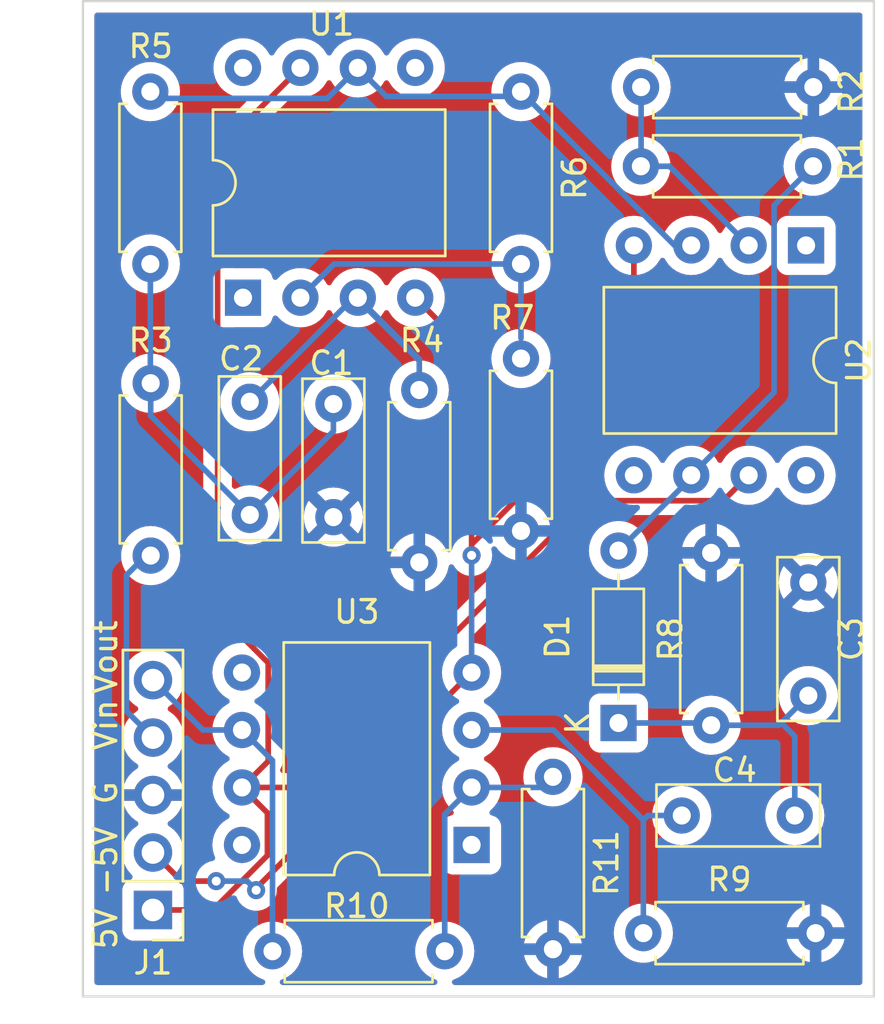
<source format=kicad_pcb>
(kicad_pcb (version 20211014) (generator pcbnew)
  (layers (0 "F.Cu" signal) (31 "B.Cu" signal) (34 "B.Paste" user) (35 "F.Paste" user) (36 "B.SilkS" user "B.Silkscreen") (37 "F.SilkS" user "F.Silkscreen") (38 "B.Mask" user) (39 "F.Mask" user) (44 "Edge.Cuts" user))
  (net 0 "")
  (net 1 "GND")
  (net 2 "Net-(C1-Pad2)")
  (net 3 "Net-(C2-Pad2)")
  (net 4 "Net-(C3-Pad1)")
  (net 5 "Net-(C4-Pad2)")
  (net 6 "Net-(R1-Pad1)")
  (net 7 "+5V")
  (net 8 "-5V")
  (net 9 "Net-(R1-Pad2)")
  (net 10 "V_in")
  (net 11 "Net-(R5-Pad2)")
  (net 12 "Net-(R6-Pad2)")
  (net 13 "V_out")
  (net 14 "Net-(R10-Pad2)")
  (footprint "Capacitor_THT:C_Disc_D7.0mm_W2.5mm_P5.00mm" (layer "F.Cu") (at 94.085 83.81 90)
    (fp_text reference "C1" (at 6.81 -0.085) (layer "F.SilkS"))
    (fp_text value "C")
    (fp_line (start -1.12 1.37) (end 6.12 1.37) (layer "F.SilkS") (width 0.12))
    (fp_line (start -1.12 -1.37) (end 6.12 -1.37) (layer "F.SilkS") (width 0.12))
    (fp_line (start 6.12 -1.37) (end 6.12 1.37) (layer "F.SilkS") (width 0.12))
    (fp_line (start -1.12 -1.37) (end -1.12 1.37) (layer "F.SilkS") (width 0.12))
    (pad "1" thru_hole circle (at 0 0 90) (size 1.6 1.6) (drill 0.8) (layers *.Cu *.Mask) (net 1 "GND"))
    (pad "2" thru_hole circle (at 5 0 90) (size 1.6 1.6) (drill 0.8) (layers *.Cu *.Mask) (net 2 "Net-(C1-Pad2)"))
  )
  (footprint "Resistor_THT:R_Axial_DIN0207_L6.3mm_D2.5mm_P7.62mm_Horizontal" (layer "F.Cu") (at 110.8 93.01 90)
    (fp_text reference "R8" (at 3.81 -1.8 90) (layer "F.SilkS"))
    (fp_text value "R")
    (fp_line (start 7.08 1.37) (end 7.08 1.04) (layer "F.SilkS") (width 0.12))
    (fp_line (start 0.54 1.04) (end 0.54 1.37) (layer "F.SilkS") (width 0.12))
    (fp_line (start 0.54 -1.37) (end 7.08 -1.37) (layer "F.SilkS") (width 0.12))
    (fp_line (start 0.54 -1.04) (end 0.54 -1.37) (layer "F.SilkS") (width 0.12))
    (fp_line (start 0.54 1.37) (end 7.08 1.37) (layer "F.SilkS") (width 0.12))
    (fp_line (start 7.08 -1.37) (end 7.08 -1.04) (layer "F.SilkS") (width 0.12))
    (pad "1" thru_hole circle (at 0 0 90) (size 1.6 1.6) (drill 0.8) (layers *.Cu *.Mask) (net 4 "Net-(C3-Pad1)"))
    (pad "2" thru_hole oval (at 7.62 0 90) (size 1.6 1.6) (drill 0.8) (layers *.Cu *.Mask) (net 1 "GND"))
  )
  (footprint "Package_DIP:DIP-8_W10.16mm" (layer "F.Cu") (at 115 71.8 -90)
    (fp_text reference "U2" (at 5.08 -2.33 90) (layer "F.SilkS"))
    (fp_text value "LM741")
    (fp_line (start 1.845 -1.33) (end 1.845 8.95) (layer "F.SilkS") (width 0.12))
    (fp_line (start 4.08 -1.33) (end 1.845 -1.33) (layer "F.SilkS") (width 0.12))
    (fp_line (start 8.315 8.95) (end 8.315 -1.33) (layer "F.SilkS") (width 0.12))
    (fp_line (start 8.315 -1.33) (end 6.08 -1.33) (layer "F.SilkS") (width 0.12))
    (fp_line (start 1.845 8.95) (end 8.315 8.95) (layer "F.SilkS") (width 0.12))
    (fp_arc (start 6.08 -1.33) (mid 5.08 -0.33) (end 4.08 -1.33) (layer "F.SilkS") (width 0.12))
    (pad "1" thru_hole rect (at 0 0 270) (size 1.6 1.6) (drill 0.8) (layers *.Cu *.Mask))
    (pad "2" thru_hole oval (at 0 2.54 270) (size 1.6 1.6) (drill 0.8) (layers *.Cu *.Mask) (net 9 "Net-(R1-Pad2)"))
    (pad "3" thru_hole oval (at 0 5.08 270) (size 1.6 1.6) (drill 0.8) (layers *.Cu *.Mask) (net 11 "Net-(R5-Pad2)"))
    (pad "4" thru_hole oval (at 0 7.62 270) (size 1.6 1.6) (drill 0.8) (layers *.Cu *.Mask) (net 8 "-5V"))
    (pad "5" thru_hole oval (at 10.16 7.62 270) (size 1.6 1.6) (drill 0.8) (layers *.Cu *.Mask))
    (pad "6" thru_hole oval (at 10.16 5.08 270) (size 1.6 1.6) (drill 0.8) (layers *.Cu *.Mask) (net 6 "Net-(R1-Pad1)"))
    (pad "7" thru_hole oval (at 10.16 2.54 270) (size 1.6 1.6) (drill 0.8) (layers *.Cu *.Mask) (net 7 "+5V"))
    (pad "8" thru_hole oval (at 10.16 0 270) (size 1.6 1.6) (drill 0.8) (layers *.Cu *.Mask))
  )
  (footprint "Resistor_THT:R_Axial_DIN0207_L6.3mm_D2.5mm_P7.62mm_Horizontal" (layer "F.Cu") (at 107.8 102.2)
    (fp_text reference "R9" (at 3.81 -2.37) (layer "F.SilkS"))
    (fp_text value "R")
    (fp_line (start 7.08 1.37) (end 7.08 1.04) (layer "F.SilkS") (width 0.12))
    (fp_line (start 0.54 1.37) (end 7.08 1.37) (layer "F.SilkS") (width 0.12))
    (fp_line (start 0.54 1.04) (end 0.54 1.37) (layer "F.SilkS") (width 0.12))
    (fp_line (start 7.08 -1.37) (end 7.08 -1.04) (layer "F.SilkS") (width 0.12))
    (fp_line (start 0.54 -1.04) (end 0.54 -1.37) (layer "F.SilkS") (width 0.12))
    (fp_line (start 0.54 -1.37) (end 7.08 -1.37) (layer "F.SilkS") (width 0.12))
    (pad "1" thru_hole circle (at 0 0) (size 1.6 1.6) (drill 0.8) (layers *.Cu *.Mask) (net 5 "Net-(C4-Pad2)"))
    (pad "2" thru_hole oval (at 7.62 0) (size 1.6 1.6) (drill 0.8) (layers *.Cu *.Mask) (net 1 "GND"))
  )
  (footprint "Capacitor_THT:C_Disc_D7.0mm_W2.5mm_P5.00mm" (layer "F.Cu") (at 115.1 91.7 90)
    (fp_text reference "C3" (at 2.5 1.9 90) (layer "F.SilkS"))
    (fp_text value "C")
    (fp_line (start 6.12 -1.37) (end 6.12 1.37) (layer "F.SilkS") (width 0.12))
    (fp_line (start -1.12 1.37) (end 6.12 1.37) (layer "F.SilkS") (width 0.12))
    (fp_line (start -1.12 -1.37) (end -1.12 1.37) (layer "F.SilkS") (width 0.12))
    (fp_line (start -1.12 -1.37) (end 6.12 -1.37) (layer "F.SilkS") (width 0.12))
    (pad "1" thru_hole circle (at 0 0 90) (size 1.6 1.6) (drill 0.8) (layers *.Cu *.Mask) (net 4 "Net-(C3-Pad1)"))
    (pad "2" thru_hole circle (at 5 0 90) (size 1.6 1.6) (drill 0.8) (layers *.Cu *.Mask) (net 1 "GND"))
  )
  (footprint "Resistor_THT:R_Axial_DIN0207_L6.3mm_D2.5mm_P7.62mm_Horizontal" (layer "F.Cu") (at 85.985 72.62 90)
    (fp_text reference "R5" (at 9.62 0.015 180) (layer "F.SilkS"))
    (fp_text value "R")
    (fp_line (start 0.54 1.37) (end 7.08 1.37) (layer "F.SilkS") (width 0.12))
    (fp_line (start 7.08 1.37) (end 7.08 1.04) (layer "F.SilkS") (width 0.12))
    (fp_line (start 0.54 -1.37) (end 7.08 -1.37) (layer "F.SilkS") (width 0.12))
    (fp_line (start 0.54 1.04) (end 0.54 1.37) (layer "F.SilkS") (width 0.12))
    (fp_line (start 7.08 -1.37) (end 7.08 -1.04) (layer "F.SilkS") (width 0.12))
    (fp_line (start 0.54 -1.04) (end 0.54 -1.37) (layer "F.SilkS") (width 0.12))
    (pad "1" thru_hole circle (at 0 0 90) (size 1.6 1.6) (drill 0.8) (layers *.Cu *.Mask) (net 2 "Net-(C1-Pad2)"))
    (pad "2" thru_hole oval (at 7.62 0 90) (size 1.6 1.6) (drill 0.8) (layers *.Cu *.Mask) (net 11 "Net-(R5-Pad2)"))
  )
  (footprint "Resistor_THT:R_Axial_DIN0207_L6.3mm_D2.5mm_P7.62mm_Horizontal" (layer "F.Cu") (at 115.31 68.3 180)
    (fp_text reference "R1" (at -1.69 0.3 90) (layer "F.SilkS"))
    (fp_text value "R")
    (fp_line (start 0.54 -1.37) (end 7.08 -1.37) (layer "F.SilkS") (width 0.12))
    (fp_line (start 0.54 1.04) (end 0.54 1.37) (layer "F.SilkS") (width 0.12))
    (fp_line (start 7.08 1.37) (end 7.08 1.04) (layer "F.SilkS") (width 0.12))
    (fp_line (start 7.08 -1.37) (end 7.08 -1.04) (layer "F.SilkS") (width 0.12))
    (fp_line (start 0.54 -1.04) (end 0.54 -1.37) (layer "F.SilkS") (width 0.12))
    (fp_line (start 0.54 1.37) (end 7.08 1.37) (layer "F.SilkS") (width 0.12))
    (pad "1" thru_hole circle (at 0 0 180) (size 1.6 1.6) (drill 0.8) (layers *.Cu *.Mask) (net 6 "Net-(R1-Pad1)"))
    (pad "2" thru_hole oval (at 7.62 0 180) (size 1.6 1.6) (drill 0.8) (layers *.Cu *.Mask) (net 9 "Net-(R1-Pad2)"))
  )
  (footprint "Connector_PinHeader_2.54mm:PinHeader_1x05_P2.54mm_Vertical" (layer "F.Cu") (at 86.1 101.175 180)
    (fp_text reference "J1" (at 0 -2.33) (layer "F.SilkS"))
    (fp_text value "Conn_01x05_Male")
    (fp_line (start 1.33 1.27) (end 1.33 11.49) (layer "F.SilkS") (width 0.12))
    (fp_line (start -1.33 0) (end -1.33 -1.33) (layer "F.SilkS") (width 0.12))
    (fp_line (start -1.33 1.27) (end 1.33 1.27) (layer "F.SilkS") (width 0.12))
    (fp_line (start -1.33 11.49) (end 1.33 11.49) (layer "F.SilkS") (width 0.12))
    (fp_line (start -1.33 1.27) (end -1.33 11.49) (layer "F.SilkS") (width 0.12))
    (fp_line (start -1.33 -1.33) (end 0 -1.33) (layer "F.SilkS") (width 0.12))
    (pad "1" thru_hole rect (at 0 0 180) (size 1.7 1.7) (drill 1) (layers *.Cu *.Mask) (net 7 "+5V"))
    (pad "2" thru_hole oval (at 0 2.54 180) (size 1.7 1.7) (drill 1) (layers *.Cu *.Mask) (net 8 "-5V"))
    (pad "3" thru_hole oval (at 0 5.08 180) (size 1.7 1.7) (drill 1) (layers *.Cu *.Mask) (net 1 "GND"))
    (pad "4" thru_hole oval (at 0 7.62 180) (size 1.7 1.7) (drill 1) (layers *.Cu *.Mask) (net 10 "V_in"))
    (pad "5" thru_hole oval (at 0 10.16 180) (size 1.7 1.7) (drill 1) (layers *.Cu *.Mask) (net 13 "V_out"))
  )
  (footprint "Resistor_THT:R_Axial_DIN0207_L6.3mm_D2.5mm_P7.62mm_Horizontal" (layer "F.Cu") (at 86 85.51 90)
    (fp_text reference "R3" (at 9.51 0 180) (layer "F.SilkS"))
    (fp_text value "R")
    (fp_line (start 0.54 -1.37) (end 7.08 -1.37) (layer "F.SilkS") (width 0.12))
    (fp_line (start 0.54 1.04) (end 0.54 1.37) (layer "F.SilkS") (width 0.12))
    (fp_line (start 7.08 1.37) (end 7.08 1.04) (layer "F.SilkS") (width 0.12))
    (fp_line (start 0.54 1.37) (end 7.08 1.37) (layer "F.SilkS") (width 0.12))
    (fp_line (start 0.54 -1.04) (end 0.54 -1.37) (layer "F.SilkS") (width 0.12))
    (fp_line (start 7.08 -1.37) (end 7.08 -1.04) (layer "F.SilkS") (width 0.12))
    (pad "1" thru_hole circle (at 0 0 90) (size 1.6 1.6) (drill 0.8) (layers *.Cu *.Mask) (net 10 "V_in"))
    (pad "2" thru_hole oval (at 7.62 0 90) (size 1.6 1.6) (drill 0.8) (layers *.Cu *.Mask) (net 2 "Net-(C1-Pad2)"))
  )
  (footprint "Resistor_THT:R_Axial_DIN0207_L6.3mm_D2.5mm_P7.62mm_Horizontal" (layer "F.Cu") (at 103.8 95.29 -90)
    (fp_text reference "R11" (at 3.81 -2.37 90) (layer "F.SilkS"))
    (fp_text value "R")
    (fp_line (start 7.08 1.37) (end 7.08 1.04) (layer "F.SilkS") (width 0.12))
    (fp_line (start 0.54 -1.37) (end 7.08 -1.37) (layer "F.SilkS") (width 0.12))
    (fp_line (start 0.54 1.04) (end 0.54 1.37) (layer "F.SilkS") (width 0.12))
    (fp_line (start 0.54 -1.04) (end 0.54 -1.37) (layer "F.SilkS") (width 0.12))
    (fp_line (start 0.54 1.37) (end 7.08 1.37) (layer "F.SilkS") (width 0.12))
    (fp_line (start 7.08 -1.37) (end 7.08 -1.04) (layer "F.SilkS") (width 0.12))
    (pad "1" thru_hole circle (at 0 0 270) (size 1.6 1.6) (drill 0.8) (layers *.Cu *.Mask) (net 14 "Net-(R10-Pad2)"))
    (pad "2" thru_hole oval (at 7.62 0 270) (size 1.6 1.6) (drill 0.8) (layers *.Cu *.Mask) (net 1 "GND"))
  )
  (footprint "Resistor_THT:R_Axial_DIN0207_L6.3mm_D2.5mm_P7.62mm_Horizontal" (layer "F.Cu") (at 91.39 103)
    (fp_text reference "R10" (at 3.73 -2 180) (layer "F.SilkS"))
    (fp_text value "R")
    (fp_line (start 7.08 1.37) (end 7.08 1.04) (layer "F.SilkS") (width 0.12))
    (fp_line (start 0.54 -1.37) (end 7.08 -1.37) (layer "F.SilkS") (width 0.12))
    (fp_line (start 0.54 -1.04) (end 0.54 -1.37) (layer "F.SilkS") (width 0.12))
    (fp_line (start 0.54 1.37) (end 7.08 1.37) (layer "F.SilkS") (width 0.12))
    (fp_line (start 0.54 1.04) (end 0.54 1.37) (layer "F.SilkS") (width 0.12))
    (fp_line (start 7.08 -1.37) (end 7.08 -1.04) (layer "F.SilkS") (width 0.12))
    (pad "1" thru_hole circle (at 0 0) (size 1.6 1.6) (drill 0.8) (layers *.Cu *.Mask) (net 13 "V_out"))
    (pad "2" thru_hole oval (at 7.62 0) (size 1.6 1.6) (drill 0.8) (layers *.Cu *.Mask) (net 14 "Net-(R10-Pad2)"))
  )
  (footprint "Package_DIP:DIP-8_W10.16mm" (layer "F.Cu") (at 90.085 74.11 90)
    (fp_text reference "U1" (at 12.11 3.915 180) (layer "F.SilkS"))
    (fp_text value "LM741")
    (fp_line (start 1.845 8.95) (end 8.315 8.95) (layer "F.SilkS") (width 0.12))
    (fp_line (start 8.315 -1.33) (end 6.08 -1.33) (layer "F.SilkS") (width 0.12))
    (fp_line (start 1.845 -1.33) (end 1.845 8.95) (layer "F.SilkS") (width 0.12))
    (fp_line (start 8.315 8.95) (end 8.315 -1.33) (layer "F.SilkS") (width 0.12))
    (fp_line (start 4.08 -1.33) (end 1.845 -1.33) (layer "F.SilkS") (width 0.12))
    (fp_arc (start 6.08 -1.33) (mid 5.08 -0.33) (end 4.08 -1.33) (layer "F.SilkS") (width 0.12))
    (pad "1" thru_hole rect (at 0 0 90) (size 1.6 1.6) (drill 0.8) (layers *.Cu *.Mask))
    (pad "2" thru_hole oval (at 0 2.54 90) (size 1.6 1.6) (drill 0.8) (layers *.Cu *.Mask) (net 12 "Net-(R6-Pad2)"))
    (pad "3" thru_hole oval (at 0 5.08 90) (size 1.6 1.6) (drill 0.8) (layers *.Cu *.Mask) (net 3 "Net-(C2-Pad2)"))
    (pad "4" thru_hole oval (at 0 7.62 90) (size 1.6 1.6) (drill 0.8) (layers *.Cu *.Mask) (net 8 "-5V"))
    (pad "5" thru_hole oval (at 10.16 7.62 90) (size 1.6 1.6) (drill 0.8) (layers *.Cu *.Mask))
    (pad "6" thru_hole oval (at 10.16 5.08 90) (size 1.6 1.6) (drill 0.8) (layers *.Cu *.Mask) (net 11 "Net-(R5-Pad2)"))
    (pad "7" thru_hole oval (at 10.16 2.54 90) (size 1.6 1.6) (drill 0.8) (layers *.Cu *.Mask) (net 7 "+5V"))
    (pad "8" thru_hole oval (at 10.16 0 90) (size 1.6 1.6) (drill 0.8) (layers *.Cu *.Mask))
  )
  (footprint "Capacitor_THT:C_Disc_D7.0mm_W2.5mm_P5.00mm" (layer "F.Cu") (at 90.385 83.71 90)
    (fp_text reference "C2" (at 6.9 -0.385 180) (layer "F.SilkS"))
    (fp_text value "C")
    (fp_line (start -1.12 -1.37) (end 6.12 -1.37) (layer "F.SilkS") (width 0.12))
    (fp_line (start 6.12 -1.37) (end 6.12 1.37) (layer "F.SilkS") (width 0.12))
    (fp_line (start -1.12 1.37) (end 6.12 1.37) (layer "F.SilkS") (width 0.12))
    (fp_line (start -1.12 -1.37) (end -1.12 1.37) (layer "F.SilkS") (width 0.12))
    (pad "1" thru_hole circle (at 0 0 90) (size 1.6 1.6) (drill 0.8) (layers *.Cu *.Mask) (net 2 "Net-(C1-Pad2)"))
    (pad "2" thru_hole circle (at 5 0 90) (size 1.6 1.6) (drill 0.8) (layers *.Cu *.Mask) (net 3 "Net-(C2-Pad2)"))
  )
  (footprint "Resistor_THT:R_Axial_DIN0207_L6.3mm_D2.5mm_P7.62mm_Horizontal" (layer "F.Cu") (at 102.385 76.8 -90)
    (fp_text reference "R7" (at -1.8 0.385 180) (layer "F.SilkS"))
    (fp_text value "R")
    (fp_line (start 0.54 -1.37) (end 7.08 -1.37) (layer "F.SilkS") (width 0.12))
    (fp_line (start 7.08 -1.37) (end 7.08 -1.04) (layer "F.SilkS") (width 0.12))
    (fp_line (start 7.08 1.37) (end 7.08 1.04) (layer "F.SilkS") (width 0.12))
    (fp_line (start 0.54 -1.04) (end 0.54 -1.37) (layer "F.SilkS") (width 0.12))
    (fp_line (start 0.54 1.04) (end 0.54 1.37) (layer "F.SilkS") (width 0.12))
    (fp_line (start 0.54 1.37) (end 7.08 1.37) (layer "F.SilkS") (width 0.12))
    (pad "1" thru_hole circle (at 0 0 270) (size 1.6 1.6) (drill 0.8) (layers *.Cu *.Mask) (net 12 "Net-(R6-Pad2)"))
    (pad "2" thru_hole oval (at 7.62 0 270) (size 1.6 1.6) (drill 0.8) (layers *.Cu *.Mask) (net 1 "GND"))
  )
  (footprint "Package_DIP:DIP-8_W10.16mm" (layer "F.Cu") (at 100.2 98.3 180)
    (fp_text reference "U3" (at 5.08 10.3) (layer "F.SilkS"))
    (fp_text value "LM741")
    (fp_line (start 1.845 -1.33) (end 1.845 8.95) (layer "F.SilkS") (width 0.12))
    (fp_line (start 8.315 8.95) (end 8.315 -1.33) (layer "F.SilkS") (width 0.12))
    (fp_line (start 1.845 8.95) (end 8.315 8.95) (layer "F.SilkS") (width 0.12))
    (fp_line (start 4.08 -1.33) (end 1.845 -1.33) (layer "F.SilkS") (width 0.12))
    (fp_line (start 8.315 -1.33) (end 6.08 -1.33) (layer "F.SilkS") (width 0.12))
    (fp_arc (start 6.08 -1.33) (mid 5.08 -0.33) (end 4.08 -1.33) (layer "F.SilkS") (width 0.12))
    (pad "1" thru_hole rect (at 0 0 180) (size 1.6 1.6) (drill 0.8) (layers *.Cu *.Mask))
    (pad "2" thru_hole oval (at 0 2.54 180) (size 1.6 1.6) (drill 0.8) (layers *.Cu *.Mask) (net 14 "Net-(R10-Pad2)"))
    (pad "3" thru_hole oval (at 0 5.08 180) (size 1.6 1.6) (drill 0.8) (layers *.Cu *.Mask) (net 5 "Net-(C4-Pad2)"))
    (pad "4" thru_hole oval (at 0 7.62 180) (size 1.6 1.6) (drill 0.8) (layers *.Cu *.Mask) (net 8 "-5V"))
    (pad "5" thru_hole oval (at 10.16 7.62 180) (size 1.6 1.6) (drill 0.8) (layers *.Cu *.Mask))
    (pad "6" thru_hole oval (at 10.16 5.08 180) (size 1.6 1.6) (drill 0.8) (layers *.Cu *.Mask) (net 13 "V_out"))
    (pad "7" thru_hole oval (at 10.16 2.54 180) (size 1.6 1.6) (drill 0.8) (layers *.Cu *.Mask) (net 7 "+5V"))
    (pad "8" thru_hole oval (at 10.16 0 180) (size 1.6 1.6) (drill 0.8) (layers *.Cu *.Mask))
  )
  (footprint "Resistor_THT:R_Axial_DIN0207_L6.3mm_D2.5mm_P7.62mm_Horizontal" (layer "F.Cu") (at 107.7 64.8)
    (fp_text reference "R2" (at 9.3 0.2 90) (layer "F.SilkS"))
    (fp_text value "R")
    (fp_line (start 7.08 1.37) (end 7.08 1.04) (layer "F.SilkS") (width 0.12))
    (fp_line (start 0.54 1.37) (end 7.08 1.37) (layer "F.SilkS") (width 0.12))
    (fp_line (start 0.54 -1.37) (end 7.08 -1.37) (layer "F.SilkS") (width 0.12))
    (fp_line (start 0.54 1.04) (end 0.54 1.37) (layer "F.SilkS") (width 0.12))
    (fp_line (start 0.54 -1.04) (end 0.54 -1.37) (layer "F.SilkS") (width 0.12))
    (fp_line (start 7.08 -1.37) (end 7.08 -1.04) (layer "F.SilkS") (width 0.12))
    (pad "1" thru_hole circle (at 0 0) (size 1.6 1.6) (drill 0.8) (layers *.Cu *.Mask) (net 9 "Net-(R1-Pad2)"))
    (pad "2" thru_hole oval (at 7.62 0) (size 1.6 1.6) (drill 0.8) (layers *.Cu *.Mask) (net 1 "GND"))
  )
  (footprint "Resistor_THT:R_Axial_DIN0207_L6.3mm_D2.5mm_P7.62mm_Horizontal" (layer "F.Cu") (at 97.885 78.19 -90)
    (fp_text reference "R4" (at -2.19 -0.115 180) (layer "F.SilkS"))
    (fp_text value "R")
    (fp_line (start 7.08 -1.37) (end 7.08 -1.04) (layer "F.SilkS") (width 0.12))
    (fp_line (start 0.54 -1.04) (end 0.54 -1.37) (layer "F.SilkS") (width 0.12))
    (fp_line (start 0.54 1.37) (end 7.08 1.37) (layer "F.SilkS") (width 0.12))
    (fp_line (start 0.54 1.04) (end 0.54 1.37) (layer "F.SilkS") (width 0.12))
    (fp_line (start 7.08 1.37) (end 7.08 1.04) (layer "F.SilkS") (width 0.12))
    (fp_line (start 0.54 -1.37) (end 7.08 -1.37) (layer "F.SilkS") (width 0.12))
    (pad "1" thru_hole circle (at 0 0 270) (size 1.6 1.6) (drill 0.8) (layers *.Cu *.Mask) (net 3 "Net-(C2-Pad2)"))
    (pad "2" thru_hole oval (at 7.62 0 270) (size 1.6 1.6) (drill 0.8) (layers *.Cu *.Mask) (net 1 "GND"))
  )
  (footprint "Capacitor_THT:C_Disc_D7.0mm_W2.5mm_P5.00mm" (layer "F.Cu") (at 114.5 97 180)
    (fp_text reference "C4" (at 2.66 2) (layer "F.SilkS"))
    (fp_text value "C")
    (fp_line (start -1.12 -1.37) (end -1.12 1.37) (layer "F.SilkS") (width 0.12))
    (fp_line (start 6.12 -1.37) (end 6.12 1.37) (layer "F.SilkS") (width 0.12))
    (fp_line (start -1.12 1.37) (end 6.12 1.37) (layer "F.SilkS") (width 0.12))
    (fp_line (start -1.12 -1.37) (end 6.12 -1.37) (layer "F.SilkS") (width 0.12))
    (pad "1" thru_hole circle (at 0 0 180) (size 1.6 1.6) (drill 0.8) (layers *.Cu *.Mask) (net 4 "Net-(C3-Pad1)"))
    (pad "2" thru_hole circle (at 5 0 180) (size 1.6 1.6) (drill 0.8) (layers *.Cu *.Mask) (net 5 "Net-(C4-Pad2)"))
  )
  (footprint "Diode_THT:D_DO-35_SOD27_P7.62mm_Horizontal" (layer "F.Cu") (at 106.7 92.91 90)
    (fp_text reference "D1" (at 3.81 -2.7 90) (layer "F.SilkS"))
    (fp_text value "1N4448")
    (fp_text user "K" (at 0 -1.8 90) (layer "F.SilkS"))
    (fp_line (start 5.93 -1.12) (end 1.69 -1.12) (layer "F.SilkS") (width 0.12))
    (fp_line (start 2.41 -1.12) (end 2.41 1.12) (layer "F.SilkS") (width 0.12))
    (fp_line (start 5.93 1.12) (end 5.93 -1.12) (layer "F.SilkS") (width 0.12))
    (fp_line (start 1.04 0) (end 1.69 0) (layer "F.SilkS") (width 0.12))
    (fp_line (start 2.29 -1.12) (end 2.29 1.12) (layer "F.SilkS") (width 0.12))
    (fp_line (start 2.53 -1.12) (end 2.53 1.12) (layer "F.SilkS") (width 0.12))
    (fp_line (start 1.69 -1.12) (end 1.69 1.12) (layer "F.SilkS") (width 0.12))
    (fp_line (start 1.69 1.12) (end 5.93 1.12) (layer "F.SilkS") (width 0.12))
    (fp_line (start 6.58 0) (end 5.93 0) (layer "F.SilkS") (width 0.12))
    (pad "1" thru_hole rect (at 0 0 90) (size 1.6 1.6) (drill 0.8) (layers *.Cu *.Mask) (net 4 "Net-(C3-Pad1)"))
    (pad "2" thru_hole oval (at 7.62 0 90) (size 1.6 1.6) (drill 0.8) (layers *.Cu *.Mask) (net 6 "Net-(R1-Pad1)"))
  )
  (footprint "Resistor_THT:R_Axial_DIN0207_L6.3mm_D2.5mm_P7.62mm_Horizontal" (layer "F.Cu") (at 102.385 65 -90)
    (fp_text reference "R6" (at 3.81 -2.37 90) (layer "F.SilkS"))
    (fp_text value "R")
    (fp_line (start 7.08 1.37) (end 7.08 1.04) (layer "F.SilkS") (width 0.12))
    (fp_line (start 0.54 1.04) (end 0.54 1.37) (layer "F.SilkS") (width 0.12))
    (fp_line (start 0.54 -1.04) (end 0.54 -1.37) (layer "F.SilkS") (width 0.12))
    (fp_line (start 7.08 -1.37) (end 7.08 -1.04) (layer "F.SilkS") (width 0.12))
    (fp_line (start 0.54 -1.37) (end 7.08 -1.37) (layer "F.SilkS") (width 0.12))
    (fp_line (start 0.54 1.37) (end 7.08 1.37) (layer "F.SilkS") (width 0.12))
    (pad "1" thru_hole circle (at 0 0 270) (size 1.6 1.6) (drill 0.8) (layers *.Cu *.Mask) (net 11 "Net-(R5-Pad2)"))
    (pad "2" thru_hole oval (at 7.62 0 270) (size 1.6 1.6) (drill 0.8) (layers *.Cu *.Mask) (net 12 "Net-(R6-Pad2)"))
  )
  (gr_rect (start 118 105) (end 83 61) (layer "Edge.Cuts") (width 0.1) (fill none))
  (gr_text "5V" (at 84 102 90) (layer "F.SilkS") (effects (font (size 1 1))))
  (gr_text "Vout" (at 84 90 90) (layer "F.SilkS") (effects (font (size 1 1))))
  (gr_text "G\n" (at 84 96 90) (layer "F.SilkS") (effects (font (size 1 1))))
  (gr_text "Vin\n" (at 84 93 90) (layer "F.SilkS") (effects (font (size 1 1))))
  (gr_text "-5V" (at 84 99 90) (layer "F.SilkS") (effects (font (size 1 1))))
  (segment (start 104.11 102.6) (end 103.8 102.91) (width 0.25) (layer "B.Cu") (net 1))
  (segment (start 97.985 84.42) (end 97.885 84.52) (width 0.25) (layer "B.Cu") (net 1))
  (segment (start 94.085 78.81) (end 94.085 80.01) (width 0.25) (layer "B.Cu") (net 2))
  (segment (start 86 79.325) (end 90.385 83.71) (width 0.25) (layer "B.Cu") (net 2))
  (segment (start 90.185 83.91) (end 90.385 83.71) (width 0.25) (layer "B.Cu") (net 2))
  (segment (start 87.585 80.91) (end 90.385 83.71) (width 0.25) (layer "B.Cu") (net 2))
  (segment (start 85.985 72.62) (end 85.985 77.875) (width 0.25) (layer "B.Cu") (net 2))
  (segment (start 86 77.89) (end 86 79.325) (width 0.25) (layer "B.Cu") (net 2))
  (segment (start 85.985 77.875) (end 86 77.89) (width 0.25) (layer "B.Cu") (net 2))
  (segment (start 94.085 80.01) (end 90.385 83.71) (width 0.25) (layer "B.Cu") (net 2))
  (segment (start 95.165 74.18) (end 95.165 74.11) (width 0.25) (layer "B.Cu") (net 3))
  (segment (start 94.985 74.11) (end 95.165 74.11) (width 0.25) (layer "B.Cu") (net 3))
  (segment (start 97.885 78.19) (end 97.885 76.83) (width 0.25) (layer "B.Cu") (net 3))
  (segment (start 97.885 76.9) (end 95.165 74.18) (width 0.25) (layer "B.Cu") (net 3))
  (segment (start 90.385 78.71) (end 94.985 74.11) (width 0.25) (layer "B.Cu") (net 3))
  (segment (start 97.885 76.83) (end 95.165 74.11) (width 0.25) (layer "B.Cu") (net 3))
  (segment (start 113.79 93.01) (end 115.1 91.7) (width 0.25) (layer "B.Cu") (net 4))
  (segment (start 106.7 92.91) (end 110.7 92.91) (width 0.25) (layer "B.Cu") (net 4))
  (segment (start 114.5 97) (end 114.5 93.5) (width 0.25) (layer "B.Cu") (net 4))
  (segment (start 110.7 92.91) (end 110.8 93.01) (width 0.25) (layer "B.Cu") (net 4))
  (segment (start 114.5 93.5) (end 114 93) (width 0.25) (layer "B.Cu") (net 4))
  (segment (start 110.8 93.01) (end 113.79 93.01) (width 0.25) (layer "B.Cu") (net 4))
  (segment (start 107.6 97) (end 103.82 93.22) (width 0.25) (layer "B.Cu") (net 5))
  (segment (start 107.8 102.2) (end 107.8 97.2) (width 0.25) (layer "B.Cu") (net 5))
  (segment (start 109.5 97) (end 108 97) (width 0.25) (layer "B.Cu") (net 5))
  (segment (start 108 97) (end 107.8 97.2) (width 0.25) (layer "B.Cu") (net 5))
  (segment (start 107.8 97.2) (end 107.6 97) (width 0.25) (layer "B.Cu") (net 5))
  (segment (start 103.82 93.22) (end 100.2 93.22) (width 0.25) (layer "B.Cu") (net 5))
  (segment (start 113.584511 70.025489) (end 113.584511 78.295489) (width 0.25) (layer "B.Cu") (net 6))
  (segment (start 109.92 82.07) (end 109.92 81.96) (width 0.25) (layer "B.Cu") (net 6))
  (segment (start 106.7 85.29) (end 109.92 82.07) (width 0.25) (layer "B.Cu") (net 6))
  (segment (start 113.584511 78.295489) (end 109.92 81.96) (width 0.25) (layer "B.Cu") (net 6))
  (segment (start 115.31 68.3) (end 113.584511 70.025489) (width 0.25) (layer "B.Cu") (net 6))
  (segment (start 92.625 63.95) (end 88.960489 67.614511) (width 0.25) (layer "F.Cu") (net 7))
  (segment (start 88.7553 101.175) (end 91.164511 98.765789) (width 0.25) (layer "F.Cu") (net 7))
  (segment (start 90.04 95.76) (end 92.6353 95.76) (width 0.25) (layer "F.Cu") (net 7))
  (segment (start 86.1 101.175) (end 88.7553 101.175) (width 0.25) (layer "F.Cu") (net 7))
  (segment (start 91.164511 96.884511) (end 90.04 95.76) (width 0.25) (layer "F.Cu") (net 7))
  (segment (start 88.960489 88.010189) (end 91.2 90.2497) (width 0.25) (layer "F.Cu") (net 7))
  (segment (start 88.960489 67.614511) (end 88.960489 88.010189) (width 0.25) (layer "F.Cu") (net 7))
  (segment (start 92.6353 95.76) (end 105.310789 83.084511) (width 0.25) (layer "F.Cu") (net 7))
  (segment (start 91.164511 98.765789) (end 91.164511 96.884511) (width 0.25) (layer "F.Cu") (net 7))
  (segment (start 91.2 90.2497) (end 91.2 94.6) (width 0.25) (layer "F.Cu") (net 7))
  (segment (start 91.2 94.6) (end 90.04 95.76) (width 0.25) (layer "F.Cu") (net 7))
  (segment (start 111.335489 83.084511) (end 112.46 81.96) (width 0.25) (layer "F.Cu") (net 7))
  (segment (start 105.310789 83.084511) (end 111.335489 83.084511) (width 0.25) (layer "F.Cu") (net 7))
  (segment (start 90.6655 100.2145) (end 100.2 90.68) (width 0.25) (layer "F.Cu") (net 8))
  (segment (start 90.6655 100.3) (end 90.6655 100.2145) (width 0.25) (layer "F.Cu") (net 8))
  (segment (start 86.1 98.635) (end 87.365 99.9) (width 0.25) (layer "F.Cu") (net 8))
  (segment (start 100.2 85.5) (end 100.2 85.0147) (width 0.25) (layer "F.Cu") (net 8))
  (segment (start 100.2 76.605) (end 97.705 74.11) (width 0.25) (layer "F.Cu") (net 8))
  (segment (start 100.2 85.0147) (end 107.38 77.8347) (width 0.25) (layer "F.Cu") (net 8))
  (segment (start 100.2 85.5) (end 100.2 76.605) (width 0.25) (layer "F.Cu") (net 8))
  (segment (start 87.365 99.9) (end 88.9 99.9) (width 0.25) (layer "F.Cu") (net 8))
  (segment (start 107.38 77.8347) (end 107.38 71.8) (width 0.25) (layer "F.Cu") (net 8))
  (via (at 90.6655 100.3) (size 0.8) (drill 0.4) (layers "F.Cu" "B.Cu") (net 8))
  (via (at 88.9 99.9) (size 0.8) (drill 0.4) (layers "F.Cu" "B.Cu") (net 8))
  (via (at 100.2 85.5) (size 0.8) (drill 0.4) (layers "F.Cu" "B.Cu") (net 8))
  (segment (start 100.2 90.68) (end 100.2 85.5) (width 0.25) (layer "B.Cu") (net 8))
  (segment (start 90.2655 99.9) (end 90.6655 100.3) (width 0.25) (layer "B.Cu") (net 8))
  (segment (start 88.9 99.9) (end 90.2655 99.9) (width 0.25) (layer "B.Cu") (net 8))
  (segment (start 107.69 68.3) (end 108.96 68.3) (width 0.25) (layer "B.Cu") (net 9))
  (segment (start 107.7 68.29) (end 107.69 68.3) (width 0.25) (layer "B.Cu") (net 9))
  (segment (start 107.7 64.8) (end 107.7 68.29) (width 0.25) (layer "B.Cu") (net 9))
  (segment (start 108.96 68.3) (end 112.46 71.8) (width 0.25) (layer "B.Cu") (net 9))
  (segment (start 84.925489 92.380489) (end 84.925489 86.374511) (width 0.25) (layer "B.Cu") (net 10))
  (segment (start 84.925489 86.374511) (end 85.8 85.5) (width 0.25) (layer "B.Cu") (net 10))
  (segment (start 86.1 93.555) (end 84.925489 92.380489) (width 0.25) (layer "B.Cu") (net 10))
  (segment (start 85.985 65.3) (end 93.815 65.3) (width 0.25) (layer "B.Cu") (net 11))
  (segment (start 93.815 65.3) (end 95.165 63.95) (width 0.25) (layer "B.Cu") (net 11))
  (segment (start 102.175 65.21) (end 96.425 65.21) (width 0.25) (layer "B.Cu") (net 11))
  (segment (start 102.385 65) (end 109.185 71.8) (width 0.25) (layer "B.Cu") (net 11))
  (segment (start 109.185 71.8) (end 109.92 71.8) (width 0.25) (layer "B.Cu") (net 11))
  (segment (start 102.385 65) (end 102.175 65.21) (width 0.25) (layer "B.Cu") (net 11))
  (segment (start 96.425 65.21) (end 95.165 63.95) (width 0.25) (layer "B.Cu") (net 11))
  (segment (start 102.385 72.62) (end 94.115 72.62) (width 0.25) (layer "B.Cu") (net 12))
  (segment (start 102.385 75.9) (end 102.385 72.62) (width 0.25) (layer "B.Cu") (net 12))
  (segment (start 94.115 72.62) (end 92.625 74.11) (width 0.25) (layer "B.Cu") (net 12))
  (segment (start 88.305 93.22) (end 86.1 91.015) (width 0.25) (layer "B.Cu") (net 13))
  (segment (start 91.39 102.2) (end 91.39 94.57) (width 0.25) (layer "B.Cu") (net 13))
  (segment (start 90.04 93.22) (end 88.305 93.22) (width 0.25) (layer "B.Cu") (net 13))
  (segment (start 91.39 94.57) (end 90.04 93.22) (width 0.25) (layer "B.Cu") (net 13))
  (segment (start 99.01 102.2) (end 99.01 96.95) (width 0.25) (layer "B.Cu") (net 14))
  (segment (start 99.01 96.95) (end 100.2 95.76) (width 0.25) (layer "B.Cu") (net 14))
  (segment (start 103.33 95.76) (end 103.8 95.29) (width 0.25) (layer "B.Cu") (net 14))
  (segment (start 100.2 95.76) (end 103.33 95.76) (width 0.25) (layer "B.Cu") (net 14))
  (zone (net 1) (net_name "GND") (layers F&B.Cu) (connect_pads (clearance 0.508)) (min_thickness 0.254) (fill yes (thermal_gap 0.508) (thermal_bridge_width 0.508))
    (polygon (pts (xy 118 105) (xy 83 105) (xy 83 61) (xy 118 61)))
  )
)
</source>
